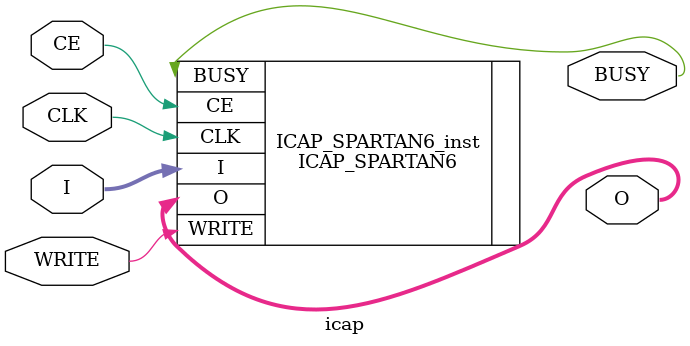
<source format=v>
module icap (
    output BUSY,
    input CE,
    input CLK,
    input [15:0] I,
    output [15:0] O,
    input WRITE
  );

  ICAP_SPARTAN6 #(
    .DEVICE_ID(28'h4000093), // Specifies the pre-programmed Device ID value
    .SIM_CFG_FILE_NAME("NONE") // Specifies the Raw Bitstream (RBT) file to be parsed by the simulation model
  )
  ICAP_SPARTAN6_inst (
    .BUSY(BUSY), // 1-bit output: Busy/Ready output
    .O(O), // 16-bit output: Configuartion data output bus
    .CE(CE), // 1-bit input: Active-Low ICAP Enable input
    .CLK(CLK), // 1-bit input: Clock input
    .I(I), // 16-bit input: Configuration data input bus
    .WRITE(WRITE) // 1-bit input: Read/Write control input
  );
  
endmodule

</source>
